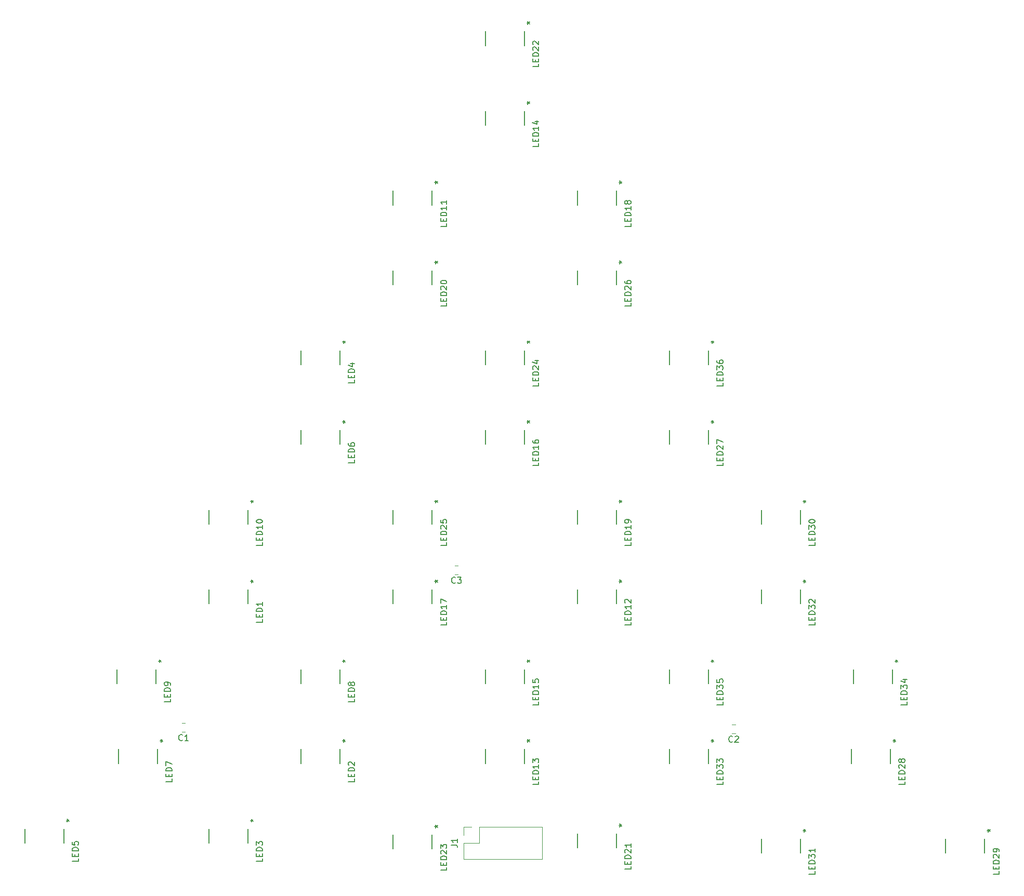
<source format=gbr>
%TF.GenerationSoftware,KiCad,Pcbnew,(5.1.10)-1*%
%TF.CreationDate,2021-06-01T20:39:26-04:00*%
%TF.ProjectId,HabitTracker - Copy (2),48616269-7454-4726-9163-6b6572202d20,rev?*%
%TF.SameCoordinates,Original*%
%TF.FileFunction,Legend,Top*%
%TF.FilePolarity,Positive*%
%FSLAX46Y46*%
G04 Gerber Fmt 4.6, Leading zero omitted, Abs format (unit mm)*
G04 Created by KiCad (PCBNEW (5.1.10)-1) date 2021-06-01 20:39:26*
%MOMM*%
%LPD*%
G01*
G04 APERTURE LIST*
%ADD10C,0.152400*%
%ADD11C,0.120000*%
%ADD12C,0.150000*%
G04 APERTURE END LIST*
D10*
%TO.C,LED3*%
X113175000Y-151152095D02*
X113175000Y-148847900D01*
X106825000Y-148847905D02*
X106825000Y-151152100D01*
%TO.C,LED16*%
X158175000Y-86152095D02*
X158175000Y-83847900D01*
X151825000Y-83847905D02*
X151825000Y-86152100D01*
%TO.C,LED24*%
X158175000Y-73152095D02*
X158175000Y-70847900D01*
X151825000Y-70847905D02*
X151825000Y-73152100D01*
%TO.C,LED26*%
X166825000Y-57847905D02*
X166825000Y-60152100D01*
X173175000Y-60152095D02*
X173175000Y-57847900D01*
%TO.C,LED27*%
X181825000Y-83847905D02*
X181825000Y-86152100D01*
X188175000Y-86152095D02*
X188175000Y-83847900D01*
%TO.C,LED14*%
X158175000Y-34152095D02*
X158175000Y-31847900D01*
X151825000Y-31847905D02*
X151825000Y-34152100D01*
%TO.C,LED18*%
X166825000Y-44847905D02*
X166825000Y-47152100D01*
X173175000Y-47152095D02*
X173175000Y-44847900D01*
%TO.C,LED20*%
X143175000Y-60152095D02*
X143175000Y-57847900D01*
X136825000Y-57847905D02*
X136825000Y-60152100D01*
%TO.C,LED22*%
X151825000Y-18847905D02*
X151825000Y-21152100D01*
X158175000Y-21152095D02*
X158175000Y-18847900D01*
%TO.C,LED4*%
X128175000Y-73152095D02*
X128175000Y-70847900D01*
X121825000Y-70847905D02*
X121825000Y-73152100D01*
%TO.C,LED11*%
X143175000Y-47152095D02*
X143175000Y-44847900D01*
X136825000Y-44847905D02*
X136825000Y-47152100D01*
%TO.C,LED6*%
X128175000Y-86152095D02*
X128175000Y-83847900D01*
X121825000Y-83847905D02*
X121825000Y-86152100D01*
%TO.C,LED36*%
X181825000Y-70847905D02*
X181825000Y-73152100D01*
X188175000Y-73152095D02*
X188175000Y-70847900D01*
%TO.C,LED1*%
X113175000Y-112152095D02*
X113175000Y-109847900D01*
X106825000Y-109847905D02*
X106825000Y-112152100D01*
%TO.C,LED10*%
X106825000Y-96847905D02*
X106825000Y-99152100D01*
X113175000Y-99152095D02*
X113175000Y-96847900D01*
%TO.C,LED17*%
X143175000Y-112152095D02*
X143175000Y-109847900D01*
X136825000Y-109847905D02*
X136825000Y-112152100D01*
%TO.C,LED25*%
X136825000Y-96847905D02*
X136825000Y-99152100D01*
X143175000Y-99152095D02*
X143175000Y-96847900D01*
%TO.C,LED8*%
X121825000Y-122847905D02*
X121825000Y-125152100D01*
X128175000Y-125152095D02*
X128175000Y-122847900D01*
%TO.C,LED2*%
X128175000Y-138152095D02*
X128175000Y-135847900D01*
X121825000Y-135847905D02*
X121825000Y-138152100D01*
%TO.C,LED23*%
X136825000Y-149805205D02*
X136825000Y-152109400D01*
X143175000Y-152109395D02*
X143175000Y-149805200D01*
%TO.C,LED15*%
X151825000Y-122847905D02*
X151825000Y-125152100D01*
X158175000Y-125152095D02*
X158175000Y-122847900D01*
%TO.C,LED13*%
X158175000Y-138152095D02*
X158175000Y-135847900D01*
X151825000Y-135847905D02*
X151825000Y-138152100D01*
%TO.C,LED9*%
X98175000Y-125152095D02*
X98175000Y-122847900D01*
X91825000Y-122847905D02*
X91825000Y-125152100D01*
%TO.C,LED5*%
X76825000Y-148847905D02*
X76825000Y-151152100D01*
X83175000Y-151152095D02*
X83175000Y-148847900D01*
%TO.C,LED7*%
X92075000Y-135847905D02*
X92075000Y-138152100D01*
X98425000Y-138152095D02*
X98425000Y-135847900D01*
%TO.C,LED29*%
X233175000Y-152769795D02*
X233175000Y-150465600D01*
X226825000Y-150465605D02*
X226825000Y-152769800D01*
%TO.C,LED21*%
X173175000Y-151944295D02*
X173175000Y-149640100D01*
X166825000Y-149640105D02*
X166825000Y-151944300D01*
%TO.C,LED31*%
X196825000Y-150465605D02*
X196825000Y-152769800D01*
X203175000Y-152769795D02*
X203175000Y-150465600D01*
%TO.C,LED34*%
X211825000Y-122847905D02*
X211825000Y-125152100D01*
X218175000Y-125152095D02*
X218175000Y-122847900D01*
%TO.C,LED28*%
X217805000Y-138152095D02*
X217805000Y-135847900D01*
X211455000Y-135847905D02*
X211455000Y-138152100D01*
%TO.C,LED33*%
X181825000Y-135847905D02*
X181825000Y-138152100D01*
X188175000Y-138152095D02*
X188175000Y-135847900D01*
%TO.C,LED35*%
X188175000Y-125152095D02*
X188175000Y-122847900D01*
X181825000Y-122847905D02*
X181825000Y-125152100D01*
%TO.C,LED12*%
X166825000Y-109847905D02*
X166825000Y-112152100D01*
X173175000Y-112152095D02*
X173175000Y-109847900D01*
%TO.C,LED32*%
X203175000Y-112152095D02*
X203175000Y-109847900D01*
X196825000Y-109847905D02*
X196825000Y-112152100D01*
%TO.C,LED30*%
X203175000Y-99152095D02*
X203175000Y-96847900D01*
X196825000Y-96847905D02*
X196825000Y-99152100D01*
%TO.C,LED19*%
X173175000Y-99152095D02*
X173175000Y-96847900D01*
X166825000Y-96847905D02*
X166825000Y-99152100D01*
D11*
%TO.C,C1*%
X102943252Y-131599000D02*
X102420748Y-131599000D01*
X102943252Y-133069000D02*
X102420748Y-133069000D01*
%TO.C,C2*%
X192539252Y-133323000D02*
X192016748Y-133323000D01*
X192539252Y-131853000D02*
X192016748Y-131853000D01*
%TO.C,C3*%
X147393252Y-105945000D02*
X146870748Y-105945000D01*
X147393252Y-107415000D02*
X146870748Y-107415000D01*
%TO.C,J1*%
X148276000Y-149860000D02*
X148276000Y-148530000D01*
X148276000Y-148530000D02*
X149606000Y-148530000D01*
X148276000Y-151130000D02*
X150876000Y-151130000D01*
X150876000Y-151130000D02*
X150876000Y-148530000D01*
X150876000Y-148530000D02*
X161096000Y-148530000D01*
X161096000Y-153730000D02*
X161096000Y-148530000D01*
X148276000Y-153730000D02*
X161096000Y-153730000D01*
X148276000Y-153730000D02*
X148276000Y-151130000D01*
%TO.C,LED3*%
D12*
X115532380Y-153659047D02*
X115532380Y-154135238D01*
X114532380Y-154135238D01*
X115008571Y-153325714D02*
X115008571Y-152992380D01*
X115532380Y-152849523D02*
X115532380Y-153325714D01*
X114532380Y-153325714D01*
X114532380Y-152849523D01*
X115532380Y-152420952D02*
X114532380Y-152420952D01*
X114532380Y-152182857D01*
X114580000Y-152040000D01*
X114675238Y-151944761D01*
X114770476Y-151897142D01*
X114960952Y-151849523D01*
X115103809Y-151849523D01*
X115294285Y-151897142D01*
X115389523Y-151944761D01*
X115484761Y-152040000D01*
X115532380Y-152182857D01*
X115532380Y-152420952D01*
X114532380Y-151516190D02*
X114532380Y-150897142D01*
X114913333Y-151230476D01*
X114913333Y-151087619D01*
X114960952Y-150992380D01*
X115008571Y-150944761D01*
X115103809Y-150897142D01*
X115341904Y-150897142D01*
X115437142Y-150944761D01*
X115484761Y-150992380D01*
X115532380Y-151087619D01*
X115532380Y-151373333D01*
X115484761Y-151468571D01*
X115437142Y-151516190D01*
X113597080Y-147472700D02*
X113835176Y-147472700D01*
X113739938Y-147710795D02*
X113835176Y-147472700D01*
X113739938Y-147234604D01*
X114025652Y-147615557D02*
X113835176Y-147472700D01*
X114025652Y-147329842D01*
X113597080Y-147472700D02*
X113835176Y-147472700D01*
X113739938Y-147710795D02*
X113835176Y-147472700D01*
X113739938Y-147234604D01*
X114025652Y-147615557D02*
X113835176Y-147472700D01*
X114025652Y-147329842D01*
%TO.C,LED16*%
X160532380Y-89135238D02*
X160532380Y-89611428D01*
X159532380Y-89611428D01*
X160008571Y-88801904D02*
X160008571Y-88468571D01*
X160532380Y-88325714D02*
X160532380Y-88801904D01*
X159532380Y-88801904D01*
X159532380Y-88325714D01*
X160532380Y-87897142D02*
X159532380Y-87897142D01*
X159532380Y-87659047D01*
X159580000Y-87516190D01*
X159675238Y-87420952D01*
X159770476Y-87373333D01*
X159960952Y-87325714D01*
X160103809Y-87325714D01*
X160294285Y-87373333D01*
X160389523Y-87420952D01*
X160484761Y-87516190D01*
X160532380Y-87659047D01*
X160532380Y-87897142D01*
X160532380Y-86373333D02*
X160532380Y-86944761D01*
X160532380Y-86659047D02*
X159532380Y-86659047D01*
X159675238Y-86754285D01*
X159770476Y-86849523D01*
X159818095Y-86944761D01*
X159532380Y-85516190D02*
X159532380Y-85706666D01*
X159580000Y-85801904D01*
X159627619Y-85849523D01*
X159770476Y-85944761D01*
X159960952Y-85992380D01*
X160341904Y-85992380D01*
X160437142Y-85944761D01*
X160484761Y-85897142D01*
X160532380Y-85801904D01*
X160532380Y-85611428D01*
X160484761Y-85516190D01*
X160437142Y-85468571D01*
X160341904Y-85420952D01*
X160103809Y-85420952D01*
X160008571Y-85468571D01*
X159960952Y-85516190D01*
X159913333Y-85611428D01*
X159913333Y-85801904D01*
X159960952Y-85897142D01*
X160008571Y-85944761D01*
X160103809Y-85992380D01*
X158597080Y-82472700D02*
X158835176Y-82472700D01*
X158739938Y-82710795D02*
X158835176Y-82472700D01*
X158739938Y-82234604D01*
X159025652Y-82615557D02*
X158835176Y-82472700D01*
X159025652Y-82329842D01*
X158597080Y-82472700D02*
X158835176Y-82472700D01*
X158739938Y-82710795D02*
X158835176Y-82472700D01*
X158739938Y-82234604D01*
X159025652Y-82615557D02*
X158835176Y-82472700D01*
X159025652Y-82329842D01*
%TO.C,LED24*%
X160532380Y-76135238D02*
X160532380Y-76611428D01*
X159532380Y-76611428D01*
X160008571Y-75801904D02*
X160008571Y-75468571D01*
X160532380Y-75325714D02*
X160532380Y-75801904D01*
X159532380Y-75801904D01*
X159532380Y-75325714D01*
X160532380Y-74897142D02*
X159532380Y-74897142D01*
X159532380Y-74659047D01*
X159580000Y-74516190D01*
X159675238Y-74420952D01*
X159770476Y-74373333D01*
X159960952Y-74325714D01*
X160103809Y-74325714D01*
X160294285Y-74373333D01*
X160389523Y-74420952D01*
X160484761Y-74516190D01*
X160532380Y-74659047D01*
X160532380Y-74897142D01*
X159627619Y-73944761D02*
X159580000Y-73897142D01*
X159532380Y-73801904D01*
X159532380Y-73563809D01*
X159580000Y-73468571D01*
X159627619Y-73420952D01*
X159722857Y-73373333D01*
X159818095Y-73373333D01*
X159960952Y-73420952D01*
X160532380Y-73992380D01*
X160532380Y-73373333D01*
X159865714Y-72516190D02*
X160532380Y-72516190D01*
X159484761Y-72754285D02*
X160199047Y-72992380D01*
X160199047Y-72373333D01*
X158597080Y-69472700D02*
X158835176Y-69472700D01*
X158739938Y-69710795D02*
X158835176Y-69472700D01*
X158739938Y-69234604D01*
X159025652Y-69615557D02*
X158835176Y-69472700D01*
X159025652Y-69329842D01*
X158597080Y-69472700D02*
X158835176Y-69472700D01*
X158739938Y-69710795D02*
X158835176Y-69472700D01*
X158739938Y-69234604D01*
X159025652Y-69615557D02*
X158835176Y-69472700D01*
X159025652Y-69329842D01*
%TO.C,LED26*%
X175532380Y-63135238D02*
X175532380Y-63611428D01*
X174532380Y-63611428D01*
X175008571Y-62801904D02*
X175008571Y-62468571D01*
X175532380Y-62325714D02*
X175532380Y-62801904D01*
X174532380Y-62801904D01*
X174532380Y-62325714D01*
X175532380Y-61897142D02*
X174532380Y-61897142D01*
X174532380Y-61659047D01*
X174580000Y-61516190D01*
X174675238Y-61420952D01*
X174770476Y-61373333D01*
X174960952Y-61325714D01*
X175103809Y-61325714D01*
X175294285Y-61373333D01*
X175389523Y-61420952D01*
X175484761Y-61516190D01*
X175532380Y-61659047D01*
X175532380Y-61897142D01*
X174627619Y-60944761D02*
X174580000Y-60897142D01*
X174532380Y-60801904D01*
X174532380Y-60563809D01*
X174580000Y-60468571D01*
X174627619Y-60420952D01*
X174722857Y-60373333D01*
X174818095Y-60373333D01*
X174960952Y-60420952D01*
X175532380Y-60992380D01*
X175532380Y-60373333D01*
X174532380Y-59516190D02*
X174532380Y-59706666D01*
X174580000Y-59801904D01*
X174627619Y-59849523D01*
X174770476Y-59944761D01*
X174960952Y-59992380D01*
X175341904Y-59992380D01*
X175437142Y-59944761D01*
X175484761Y-59897142D01*
X175532380Y-59801904D01*
X175532380Y-59611428D01*
X175484761Y-59516190D01*
X175437142Y-59468571D01*
X175341904Y-59420952D01*
X175103809Y-59420952D01*
X175008571Y-59468571D01*
X174960952Y-59516190D01*
X174913333Y-59611428D01*
X174913333Y-59801904D01*
X174960952Y-59897142D01*
X175008571Y-59944761D01*
X175103809Y-59992380D01*
X173597080Y-56472700D02*
X173835176Y-56472700D01*
X173739938Y-56710795D02*
X173835176Y-56472700D01*
X173739938Y-56234604D01*
X174025652Y-56615557D02*
X173835176Y-56472700D01*
X174025652Y-56329842D01*
X173597080Y-56472700D02*
X173835176Y-56472700D01*
X173739938Y-56710795D02*
X173835176Y-56472700D01*
X173739938Y-56234604D01*
X174025652Y-56615557D02*
X173835176Y-56472700D01*
X174025652Y-56329842D01*
%TO.C,LED27*%
X190532380Y-89135238D02*
X190532380Y-89611428D01*
X189532380Y-89611428D01*
X190008571Y-88801904D02*
X190008571Y-88468571D01*
X190532380Y-88325714D02*
X190532380Y-88801904D01*
X189532380Y-88801904D01*
X189532380Y-88325714D01*
X190532380Y-87897142D02*
X189532380Y-87897142D01*
X189532380Y-87659047D01*
X189580000Y-87516190D01*
X189675238Y-87420952D01*
X189770476Y-87373333D01*
X189960952Y-87325714D01*
X190103809Y-87325714D01*
X190294285Y-87373333D01*
X190389523Y-87420952D01*
X190484761Y-87516190D01*
X190532380Y-87659047D01*
X190532380Y-87897142D01*
X189627619Y-86944761D02*
X189580000Y-86897142D01*
X189532380Y-86801904D01*
X189532380Y-86563809D01*
X189580000Y-86468571D01*
X189627619Y-86420952D01*
X189722857Y-86373333D01*
X189818095Y-86373333D01*
X189960952Y-86420952D01*
X190532380Y-86992380D01*
X190532380Y-86373333D01*
X189532380Y-86040000D02*
X189532380Y-85373333D01*
X190532380Y-85801904D01*
X188597080Y-82472700D02*
X188835176Y-82472700D01*
X188739938Y-82710795D02*
X188835176Y-82472700D01*
X188739938Y-82234604D01*
X189025652Y-82615557D02*
X188835176Y-82472700D01*
X189025652Y-82329842D01*
X188597080Y-82472700D02*
X188835176Y-82472700D01*
X188739938Y-82710795D02*
X188835176Y-82472700D01*
X188739938Y-82234604D01*
X189025652Y-82615557D02*
X188835176Y-82472700D01*
X189025652Y-82329842D01*
%TO.C,LED14*%
X160532380Y-37135238D02*
X160532380Y-37611428D01*
X159532380Y-37611428D01*
X160008571Y-36801904D02*
X160008571Y-36468571D01*
X160532380Y-36325714D02*
X160532380Y-36801904D01*
X159532380Y-36801904D01*
X159532380Y-36325714D01*
X160532380Y-35897142D02*
X159532380Y-35897142D01*
X159532380Y-35659047D01*
X159580000Y-35516190D01*
X159675238Y-35420952D01*
X159770476Y-35373333D01*
X159960952Y-35325714D01*
X160103809Y-35325714D01*
X160294285Y-35373333D01*
X160389523Y-35420952D01*
X160484761Y-35516190D01*
X160532380Y-35659047D01*
X160532380Y-35897142D01*
X160532380Y-34373333D02*
X160532380Y-34944761D01*
X160532380Y-34659047D02*
X159532380Y-34659047D01*
X159675238Y-34754285D01*
X159770476Y-34849523D01*
X159818095Y-34944761D01*
X159865714Y-33516190D02*
X160532380Y-33516190D01*
X159484761Y-33754285D02*
X160199047Y-33992380D01*
X160199047Y-33373333D01*
X158597080Y-30472700D02*
X158835176Y-30472700D01*
X158739938Y-30710795D02*
X158835176Y-30472700D01*
X158739938Y-30234604D01*
X159025652Y-30615557D02*
X158835176Y-30472700D01*
X159025652Y-30329842D01*
X158597080Y-30472700D02*
X158835176Y-30472700D01*
X158739938Y-30710795D02*
X158835176Y-30472700D01*
X158739938Y-30234604D01*
X159025652Y-30615557D02*
X158835176Y-30472700D01*
X159025652Y-30329842D01*
%TO.C,LED18*%
X175532380Y-50135238D02*
X175532380Y-50611428D01*
X174532380Y-50611428D01*
X175008571Y-49801904D02*
X175008571Y-49468571D01*
X175532380Y-49325714D02*
X175532380Y-49801904D01*
X174532380Y-49801904D01*
X174532380Y-49325714D01*
X175532380Y-48897142D02*
X174532380Y-48897142D01*
X174532380Y-48659047D01*
X174580000Y-48516190D01*
X174675238Y-48420952D01*
X174770476Y-48373333D01*
X174960952Y-48325714D01*
X175103809Y-48325714D01*
X175294285Y-48373333D01*
X175389523Y-48420952D01*
X175484761Y-48516190D01*
X175532380Y-48659047D01*
X175532380Y-48897142D01*
X175532380Y-47373333D02*
X175532380Y-47944761D01*
X175532380Y-47659047D02*
X174532380Y-47659047D01*
X174675238Y-47754285D01*
X174770476Y-47849523D01*
X174818095Y-47944761D01*
X174960952Y-46801904D02*
X174913333Y-46897142D01*
X174865714Y-46944761D01*
X174770476Y-46992380D01*
X174722857Y-46992380D01*
X174627619Y-46944761D01*
X174580000Y-46897142D01*
X174532380Y-46801904D01*
X174532380Y-46611428D01*
X174580000Y-46516190D01*
X174627619Y-46468571D01*
X174722857Y-46420952D01*
X174770476Y-46420952D01*
X174865714Y-46468571D01*
X174913333Y-46516190D01*
X174960952Y-46611428D01*
X174960952Y-46801904D01*
X175008571Y-46897142D01*
X175056190Y-46944761D01*
X175151428Y-46992380D01*
X175341904Y-46992380D01*
X175437142Y-46944761D01*
X175484761Y-46897142D01*
X175532380Y-46801904D01*
X175532380Y-46611428D01*
X175484761Y-46516190D01*
X175437142Y-46468571D01*
X175341904Y-46420952D01*
X175151428Y-46420952D01*
X175056190Y-46468571D01*
X175008571Y-46516190D01*
X174960952Y-46611428D01*
X173597080Y-43472700D02*
X173835176Y-43472700D01*
X173739938Y-43710795D02*
X173835176Y-43472700D01*
X173739938Y-43234604D01*
X174025652Y-43615557D02*
X173835176Y-43472700D01*
X174025652Y-43329842D01*
X173597080Y-43472700D02*
X173835176Y-43472700D01*
X173739938Y-43710795D02*
X173835176Y-43472700D01*
X173739938Y-43234604D01*
X174025652Y-43615557D02*
X173835176Y-43472700D01*
X174025652Y-43329842D01*
%TO.C,LED20*%
X145532380Y-63135238D02*
X145532380Y-63611428D01*
X144532380Y-63611428D01*
X145008571Y-62801904D02*
X145008571Y-62468571D01*
X145532380Y-62325714D02*
X145532380Y-62801904D01*
X144532380Y-62801904D01*
X144532380Y-62325714D01*
X145532380Y-61897142D02*
X144532380Y-61897142D01*
X144532380Y-61659047D01*
X144580000Y-61516190D01*
X144675238Y-61420952D01*
X144770476Y-61373333D01*
X144960952Y-61325714D01*
X145103809Y-61325714D01*
X145294285Y-61373333D01*
X145389523Y-61420952D01*
X145484761Y-61516190D01*
X145532380Y-61659047D01*
X145532380Y-61897142D01*
X144627619Y-60944761D02*
X144580000Y-60897142D01*
X144532380Y-60801904D01*
X144532380Y-60563809D01*
X144580000Y-60468571D01*
X144627619Y-60420952D01*
X144722857Y-60373333D01*
X144818095Y-60373333D01*
X144960952Y-60420952D01*
X145532380Y-60992380D01*
X145532380Y-60373333D01*
X144532380Y-59754285D02*
X144532380Y-59659047D01*
X144580000Y-59563809D01*
X144627619Y-59516190D01*
X144722857Y-59468571D01*
X144913333Y-59420952D01*
X145151428Y-59420952D01*
X145341904Y-59468571D01*
X145437142Y-59516190D01*
X145484761Y-59563809D01*
X145532380Y-59659047D01*
X145532380Y-59754285D01*
X145484761Y-59849523D01*
X145437142Y-59897142D01*
X145341904Y-59944761D01*
X145151428Y-59992380D01*
X144913333Y-59992380D01*
X144722857Y-59944761D01*
X144627619Y-59897142D01*
X144580000Y-59849523D01*
X144532380Y-59754285D01*
X143597080Y-56472700D02*
X143835176Y-56472700D01*
X143739938Y-56710795D02*
X143835176Y-56472700D01*
X143739938Y-56234604D01*
X144025652Y-56615557D02*
X143835176Y-56472700D01*
X144025652Y-56329842D01*
X143597080Y-56472700D02*
X143835176Y-56472700D01*
X143739938Y-56710795D02*
X143835176Y-56472700D01*
X143739938Y-56234604D01*
X144025652Y-56615557D02*
X143835176Y-56472700D01*
X144025652Y-56329842D01*
%TO.C,LED22*%
X160532380Y-24135238D02*
X160532380Y-24611428D01*
X159532380Y-24611428D01*
X160008571Y-23801904D02*
X160008571Y-23468571D01*
X160532380Y-23325714D02*
X160532380Y-23801904D01*
X159532380Y-23801904D01*
X159532380Y-23325714D01*
X160532380Y-22897142D02*
X159532380Y-22897142D01*
X159532380Y-22659047D01*
X159580000Y-22516190D01*
X159675238Y-22420952D01*
X159770476Y-22373333D01*
X159960952Y-22325714D01*
X160103809Y-22325714D01*
X160294285Y-22373333D01*
X160389523Y-22420952D01*
X160484761Y-22516190D01*
X160532380Y-22659047D01*
X160532380Y-22897142D01*
X159627619Y-21944761D02*
X159580000Y-21897142D01*
X159532380Y-21801904D01*
X159532380Y-21563809D01*
X159580000Y-21468571D01*
X159627619Y-21420952D01*
X159722857Y-21373333D01*
X159818095Y-21373333D01*
X159960952Y-21420952D01*
X160532380Y-21992380D01*
X160532380Y-21373333D01*
X159627619Y-20992380D02*
X159580000Y-20944761D01*
X159532380Y-20849523D01*
X159532380Y-20611428D01*
X159580000Y-20516190D01*
X159627619Y-20468571D01*
X159722857Y-20420952D01*
X159818095Y-20420952D01*
X159960952Y-20468571D01*
X160532380Y-21040000D01*
X160532380Y-20420952D01*
X158597080Y-17472700D02*
X158835176Y-17472700D01*
X158739938Y-17710795D02*
X158835176Y-17472700D01*
X158739938Y-17234604D01*
X159025652Y-17615557D02*
X158835176Y-17472700D01*
X159025652Y-17329842D01*
X158597080Y-17472700D02*
X158835176Y-17472700D01*
X158739938Y-17710795D02*
X158835176Y-17472700D01*
X158739938Y-17234604D01*
X159025652Y-17615557D02*
X158835176Y-17472700D01*
X159025652Y-17329842D01*
%TO.C,LED4*%
X130532380Y-75659047D02*
X130532380Y-76135238D01*
X129532380Y-76135238D01*
X130008571Y-75325714D02*
X130008571Y-74992380D01*
X130532380Y-74849523D02*
X130532380Y-75325714D01*
X129532380Y-75325714D01*
X129532380Y-74849523D01*
X130532380Y-74420952D02*
X129532380Y-74420952D01*
X129532380Y-74182857D01*
X129580000Y-74040000D01*
X129675238Y-73944761D01*
X129770476Y-73897142D01*
X129960952Y-73849523D01*
X130103809Y-73849523D01*
X130294285Y-73897142D01*
X130389523Y-73944761D01*
X130484761Y-74040000D01*
X130532380Y-74182857D01*
X130532380Y-74420952D01*
X129865714Y-72992380D02*
X130532380Y-72992380D01*
X129484761Y-73230476D02*
X130199047Y-73468571D01*
X130199047Y-72849523D01*
X128597080Y-69472700D02*
X128835176Y-69472700D01*
X128739938Y-69710795D02*
X128835176Y-69472700D01*
X128739938Y-69234604D01*
X129025652Y-69615557D02*
X128835176Y-69472700D01*
X129025652Y-69329842D01*
X128597080Y-69472700D02*
X128835176Y-69472700D01*
X128739938Y-69710795D02*
X128835176Y-69472700D01*
X128739938Y-69234604D01*
X129025652Y-69615557D02*
X128835176Y-69472700D01*
X129025652Y-69329842D01*
%TO.C,LED11*%
X145532380Y-50135238D02*
X145532380Y-50611428D01*
X144532380Y-50611428D01*
X145008571Y-49801904D02*
X145008571Y-49468571D01*
X145532380Y-49325714D02*
X145532380Y-49801904D01*
X144532380Y-49801904D01*
X144532380Y-49325714D01*
X145532380Y-48897142D02*
X144532380Y-48897142D01*
X144532380Y-48659047D01*
X144580000Y-48516190D01*
X144675238Y-48420952D01*
X144770476Y-48373333D01*
X144960952Y-48325714D01*
X145103809Y-48325714D01*
X145294285Y-48373333D01*
X145389523Y-48420952D01*
X145484761Y-48516190D01*
X145532380Y-48659047D01*
X145532380Y-48897142D01*
X145532380Y-47373333D02*
X145532380Y-47944761D01*
X145532380Y-47659047D02*
X144532380Y-47659047D01*
X144675238Y-47754285D01*
X144770476Y-47849523D01*
X144818095Y-47944761D01*
X145532380Y-46420952D02*
X145532380Y-46992380D01*
X145532380Y-46706666D02*
X144532380Y-46706666D01*
X144675238Y-46801904D01*
X144770476Y-46897142D01*
X144818095Y-46992380D01*
X143597080Y-43472700D02*
X143835176Y-43472700D01*
X143739938Y-43710795D02*
X143835176Y-43472700D01*
X143739938Y-43234604D01*
X144025652Y-43615557D02*
X143835176Y-43472700D01*
X144025652Y-43329842D01*
X143597080Y-43472700D02*
X143835176Y-43472700D01*
X143739938Y-43710795D02*
X143835176Y-43472700D01*
X143739938Y-43234604D01*
X144025652Y-43615557D02*
X143835176Y-43472700D01*
X144025652Y-43329842D01*
%TO.C,LED6*%
X130532380Y-88659047D02*
X130532380Y-89135238D01*
X129532380Y-89135238D01*
X130008571Y-88325714D02*
X130008571Y-87992380D01*
X130532380Y-87849523D02*
X130532380Y-88325714D01*
X129532380Y-88325714D01*
X129532380Y-87849523D01*
X130532380Y-87420952D02*
X129532380Y-87420952D01*
X129532380Y-87182857D01*
X129580000Y-87040000D01*
X129675238Y-86944761D01*
X129770476Y-86897142D01*
X129960952Y-86849523D01*
X130103809Y-86849523D01*
X130294285Y-86897142D01*
X130389523Y-86944761D01*
X130484761Y-87040000D01*
X130532380Y-87182857D01*
X130532380Y-87420952D01*
X129532380Y-85992380D02*
X129532380Y-86182857D01*
X129580000Y-86278095D01*
X129627619Y-86325714D01*
X129770476Y-86420952D01*
X129960952Y-86468571D01*
X130341904Y-86468571D01*
X130437142Y-86420952D01*
X130484761Y-86373333D01*
X130532380Y-86278095D01*
X130532380Y-86087619D01*
X130484761Y-85992380D01*
X130437142Y-85944761D01*
X130341904Y-85897142D01*
X130103809Y-85897142D01*
X130008571Y-85944761D01*
X129960952Y-85992380D01*
X129913333Y-86087619D01*
X129913333Y-86278095D01*
X129960952Y-86373333D01*
X130008571Y-86420952D01*
X130103809Y-86468571D01*
X128597080Y-82472700D02*
X128835176Y-82472700D01*
X128739938Y-82710795D02*
X128835176Y-82472700D01*
X128739938Y-82234604D01*
X129025652Y-82615557D02*
X128835176Y-82472700D01*
X129025652Y-82329842D01*
X128597080Y-82472700D02*
X128835176Y-82472700D01*
X128739938Y-82710795D02*
X128835176Y-82472700D01*
X128739938Y-82234604D01*
X129025652Y-82615557D02*
X128835176Y-82472700D01*
X129025652Y-82329842D01*
%TO.C,LED36*%
X190532380Y-76135238D02*
X190532380Y-76611428D01*
X189532380Y-76611428D01*
X190008571Y-75801904D02*
X190008571Y-75468571D01*
X190532380Y-75325714D02*
X190532380Y-75801904D01*
X189532380Y-75801904D01*
X189532380Y-75325714D01*
X190532380Y-74897142D02*
X189532380Y-74897142D01*
X189532380Y-74659047D01*
X189580000Y-74516190D01*
X189675238Y-74420952D01*
X189770476Y-74373333D01*
X189960952Y-74325714D01*
X190103809Y-74325714D01*
X190294285Y-74373333D01*
X190389523Y-74420952D01*
X190484761Y-74516190D01*
X190532380Y-74659047D01*
X190532380Y-74897142D01*
X189532380Y-73992380D02*
X189532380Y-73373333D01*
X189913333Y-73706666D01*
X189913333Y-73563809D01*
X189960952Y-73468571D01*
X190008571Y-73420952D01*
X190103809Y-73373333D01*
X190341904Y-73373333D01*
X190437142Y-73420952D01*
X190484761Y-73468571D01*
X190532380Y-73563809D01*
X190532380Y-73849523D01*
X190484761Y-73944761D01*
X190437142Y-73992380D01*
X189532380Y-72516190D02*
X189532380Y-72706666D01*
X189580000Y-72801904D01*
X189627619Y-72849523D01*
X189770476Y-72944761D01*
X189960952Y-72992380D01*
X190341904Y-72992380D01*
X190437142Y-72944761D01*
X190484761Y-72897142D01*
X190532380Y-72801904D01*
X190532380Y-72611428D01*
X190484761Y-72516190D01*
X190437142Y-72468571D01*
X190341904Y-72420952D01*
X190103809Y-72420952D01*
X190008571Y-72468571D01*
X189960952Y-72516190D01*
X189913333Y-72611428D01*
X189913333Y-72801904D01*
X189960952Y-72897142D01*
X190008571Y-72944761D01*
X190103809Y-72992380D01*
X188597080Y-69472700D02*
X188835176Y-69472700D01*
X188739938Y-69710795D02*
X188835176Y-69472700D01*
X188739938Y-69234604D01*
X189025652Y-69615557D02*
X188835176Y-69472700D01*
X189025652Y-69329842D01*
X188597080Y-69472700D02*
X188835176Y-69472700D01*
X188739938Y-69710795D02*
X188835176Y-69472700D01*
X188739938Y-69234604D01*
X189025652Y-69615557D02*
X188835176Y-69472700D01*
X189025652Y-69329842D01*
%TO.C,LED1*%
X115532380Y-114659047D02*
X115532380Y-115135238D01*
X114532380Y-115135238D01*
X115008571Y-114325714D02*
X115008571Y-113992380D01*
X115532380Y-113849523D02*
X115532380Y-114325714D01*
X114532380Y-114325714D01*
X114532380Y-113849523D01*
X115532380Y-113420952D02*
X114532380Y-113420952D01*
X114532380Y-113182857D01*
X114580000Y-113040000D01*
X114675238Y-112944761D01*
X114770476Y-112897142D01*
X114960952Y-112849523D01*
X115103809Y-112849523D01*
X115294285Y-112897142D01*
X115389523Y-112944761D01*
X115484761Y-113040000D01*
X115532380Y-113182857D01*
X115532380Y-113420952D01*
X115532380Y-111897142D02*
X115532380Y-112468571D01*
X115532380Y-112182857D02*
X114532380Y-112182857D01*
X114675238Y-112278095D01*
X114770476Y-112373333D01*
X114818095Y-112468571D01*
X113597080Y-108472700D02*
X113835176Y-108472700D01*
X113739938Y-108710795D02*
X113835176Y-108472700D01*
X113739938Y-108234604D01*
X114025652Y-108615557D02*
X113835176Y-108472700D01*
X114025652Y-108329842D01*
X113597080Y-108472700D02*
X113835176Y-108472700D01*
X113739938Y-108710795D02*
X113835176Y-108472700D01*
X113739938Y-108234604D01*
X114025652Y-108615557D02*
X113835176Y-108472700D01*
X114025652Y-108329842D01*
%TO.C,LED10*%
X115532380Y-102135238D02*
X115532380Y-102611428D01*
X114532380Y-102611428D01*
X115008571Y-101801904D02*
X115008571Y-101468571D01*
X115532380Y-101325714D02*
X115532380Y-101801904D01*
X114532380Y-101801904D01*
X114532380Y-101325714D01*
X115532380Y-100897142D02*
X114532380Y-100897142D01*
X114532380Y-100659047D01*
X114580000Y-100516190D01*
X114675238Y-100420952D01*
X114770476Y-100373333D01*
X114960952Y-100325714D01*
X115103809Y-100325714D01*
X115294285Y-100373333D01*
X115389523Y-100420952D01*
X115484761Y-100516190D01*
X115532380Y-100659047D01*
X115532380Y-100897142D01*
X115532380Y-99373333D02*
X115532380Y-99944761D01*
X115532380Y-99659047D02*
X114532380Y-99659047D01*
X114675238Y-99754285D01*
X114770476Y-99849523D01*
X114818095Y-99944761D01*
X114532380Y-98754285D02*
X114532380Y-98659047D01*
X114580000Y-98563809D01*
X114627619Y-98516190D01*
X114722857Y-98468571D01*
X114913333Y-98420952D01*
X115151428Y-98420952D01*
X115341904Y-98468571D01*
X115437142Y-98516190D01*
X115484761Y-98563809D01*
X115532380Y-98659047D01*
X115532380Y-98754285D01*
X115484761Y-98849523D01*
X115437142Y-98897142D01*
X115341904Y-98944761D01*
X115151428Y-98992380D01*
X114913333Y-98992380D01*
X114722857Y-98944761D01*
X114627619Y-98897142D01*
X114580000Y-98849523D01*
X114532380Y-98754285D01*
X113597080Y-95472700D02*
X113835176Y-95472700D01*
X113739938Y-95710795D02*
X113835176Y-95472700D01*
X113739938Y-95234604D01*
X114025652Y-95615557D02*
X113835176Y-95472700D01*
X114025652Y-95329842D01*
X113597080Y-95472700D02*
X113835176Y-95472700D01*
X113739938Y-95710795D02*
X113835176Y-95472700D01*
X113739938Y-95234604D01*
X114025652Y-95615557D02*
X113835176Y-95472700D01*
X114025652Y-95329842D01*
%TO.C,LED17*%
X145532380Y-115135238D02*
X145532380Y-115611428D01*
X144532380Y-115611428D01*
X145008571Y-114801904D02*
X145008571Y-114468571D01*
X145532380Y-114325714D02*
X145532380Y-114801904D01*
X144532380Y-114801904D01*
X144532380Y-114325714D01*
X145532380Y-113897142D02*
X144532380Y-113897142D01*
X144532380Y-113659047D01*
X144580000Y-113516190D01*
X144675238Y-113420952D01*
X144770476Y-113373333D01*
X144960952Y-113325714D01*
X145103809Y-113325714D01*
X145294285Y-113373333D01*
X145389523Y-113420952D01*
X145484761Y-113516190D01*
X145532380Y-113659047D01*
X145532380Y-113897142D01*
X145532380Y-112373333D02*
X145532380Y-112944761D01*
X145532380Y-112659047D02*
X144532380Y-112659047D01*
X144675238Y-112754285D01*
X144770476Y-112849523D01*
X144818095Y-112944761D01*
X144532380Y-112040000D02*
X144532380Y-111373333D01*
X145532380Y-111801904D01*
X143597080Y-108472700D02*
X143835176Y-108472700D01*
X143739938Y-108710795D02*
X143835176Y-108472700D01*
X143739938Y-108234604D01*
X144025652Y-108615557D02*
X143835176Y-108472700D01*
X144025652Y-108329842D01*
X143597080Y-108472700D02*
X143835176Y-108472700D01*
X143739938Y-108710795D02*
X143835176Y-108472700D01*
X143739938Y-108234604D01*
X144025652Y-108615557D02*
X143835176Y-108472700D01*
X144025652Y-108329842D01*
%TO.C,LED25*%
X145532380Y-102135238D02*
X145532380Y-102611428D01*
X144532380Y-102611428D01*
X145008571Y-101801904D02*
X145008571Y-101468571D01*
X145532380Y-101325714D02*
X145532380Y-101801904D01*
X144532380Y-101801904D01*
X144532380Y-101325714D01*
X145532380Y-100897142D02*
X144532380Y-100897142D01*
X144532380Y-100659047D01*
X144580000Y-100516190D01*
X144675238Y-100420952D01*
X144770476Y-100373333D01*
X144960952Y-100325714D01*
X145103809Y-100325714D01*
X145294285Y-100373333D01*
X145389523Y-100420952D01*
X145484761Y-100516190D01*
X145532380Y-100659047D01*
X145532380Y-100897142D01*
X144627619Y-99944761D02*
X144580000Y-99897142D01*
X144532380Y-99801904D01*
X144532380Y-99563809D01*
X144580000Y-99468571D01*
X144627619Y-99420952D01*
X144722857Y-99373333D01*
X144818095Y-99373333D01*
X144960952Y-99420952D01*
X145532380Y-99992380D01*
X145532380Y-99373333D01*
X144532380Y-98468571D02*
X144532380Y-98944761D01*
X145008571Y-98992380D01*
X144960952Y-98944761D01*
X144913333Y-98849523D01*
X144913333Y-98611428D01*
X144960952Y-98516190D01*
X145008571Y-98468571D01*
X145103809Y-98420952D01*
X145341904Y-98420952D01*
X145437142Y-98468571D01*
X145484761Y-98516190D01*
X145532380Y-98611428D01*
X145532380Y-98849523D01*
X145484761Y-98944761D01*
X145437142Y-98992380D01*
X143597080Y-95472700D02*
X143835176Y-95472700D01*
X143739938Y-95710795D02*
X143835176Y-95472700D01*
X143739938Y-95234604D01*
X144025652Y-95615557D02*
X143835176Y-95472700D01*
X144025652Y-95329842D01*
X143597080Y-95472700D02*
X143835176Y-95472700D01*
X143739938Y-95710795D02*
X143835176Y-95472700D01*
X143739938Y-95234604D01*
X144025652Y-95615557D02*
X143835176Y-95472700D01*
X144025652Y-95329842D01*
%TO.C,LED8*%
X130532380Y-127659047D02*
X130532380Y-128135238D01*
X129532380Y-128135238D01*
X130008571Y-127325714D02*
X130008571Y-126992380D01*
X130532380Y-126849523D02*
X130532380Y-127325714D01*
X129532380Y-127325714D01*
X129532380Y-126849523D01*
X130532380Y-126420952D02*
X129532380Y-126420952D01*
X129532380Y-126182857D01*
X129580000Y-126040000D01*
X129675238Y-125944761D01*
X129770476Y-125897142D01*
X129960952Y-125849523D01*
X130103809Y-125849523D01*
X130294285Y-125897142D01*
X130389523Y-125944761D01*
X130484761Y-126040000D01*
X130532380Y-126182857D01*
X130532380Y-126420952D01*
X129960952Y-125278095D02*
X129913333Y-125373333D01*
X129865714Y-125420952D01*
X129770476Y-125468571D01*
X129722857Y-125468571D01*
X129627619Y-125420952D01*
X129580000Y-125373333D01*
X129532380Y-125278095D01*
X129532380Y-125087619D01*
X129580000Y-124992380D01*
X129627619Y-124944761D01*
X129722857Y-124897142D01*
X129770476Y-124897142D01*
X129865714Y-124944761D01*
X129913333Y-124992380D01*
X129960952Y-125087619D01*
X129960952Y-125278095D01*
X130008571Y-125373333D01*
X130056190Y-125420952D01*
X130151428Y-125468571D01*
X130341904Y-125468571D01*
X130437142Y-125420952D01*
X130484761Y-125373333D01*
X130532380Y-125278095D01*
X130532380Y-125087619D01*
X130484761Y-124992380D01*
X130437142Y-124944761D01*
X130341904Y-124897142D01*
X130151428Y-124897142D01*
X130056190Y-124944761D01*
X130008571Y-124992380D01*
X129960952Y-125087619D01*
X128597080Y-121472700D02*
X128835176Y-121472700D01*
X128739938Y-121710795D02*
X128835176Y-121472700D01*
X128739938Y-121234604D01*
X129025652Y-121615557D02*
X128835176Y-121472700D01*
X129025652Y-121329842D01*
X128597080Y-121472700D02*
X128835176Y-121472700D01*
X128739938Y-121710795D02*
X128835176Y-121472700D01*
X128739938Y-121234604D01*
X129025652Y-121615557D02*
X128835176Y-121472700D01*
X129025652Y-121329842D01*
%TO.C,LED2*%
X130532380Y-140659047D02*
X130532380Y-141135238D01*
X129532380Y-141135238D01*
X130008571Y-140325714D02*
X130008571Y-139992380D01*
X130532380Y-139849523D02*
X130532380Y-140325714D01*
X129532380Y-140325714D01*
X129532380Y-139849523D01*
X130532380Y-139420952D02*
X129532380Y-139420952D01*
X129532380Y-139182857D01*
X129580000Y-139040000D01*
X129675238Y-138944761D01*
X129770476Y-138897142D01*
X129960952Y-138849523D01*
X130103809Y-138849523D01*
X130294285Y-138897142D01*
X130389523Y-138944761D01*
X130484761Y-139040000D01*
X130532380Y-139182857D01*
X130532380Y-139420952D01*
X129627619Y-138468571D02*
X129580000Y-138420952D01*
X129532380Y-138325714D01*
X129532380Y-138087619D01*
X129580000Y-137992380D01*
X129627619Y-137944761D01*
X129722857Y-137897142D01*
X129818095Y-137897142D01*
X129960952Y-137944761D01*
X130532380Y-138516190D01*
X130532380Y-137897142D01*
X128597080Y-134472700D02*
X128835176Y-134472700D01*
X128739938Y-134710795D02*
X128835176Y-134472700D01*
X128739938Y-134234604D01*
X129025652Y-134615557D02*
X128835176Y-134472700D01*
X129025652Y-134329842D01*
X128597080Y-134472700D02*
X128835176Y-134472700D01*
X128739938Y-134710795D02*
X128835176Y-134472700D01*
X128739938Y-134234604D01*
X129025652Y-134615557D02*
X128835176Y-134472700D01*
X129025652Y-134329842D01*
%TO.C,LED23*%
X145532380Y-155092538D02*
X145532380Y-155568728D01*
X144532380Y-155568728D01*
X145008571Y-154759204D02*
X145008571Y-154425871D01*
X145532380Y-154283014D02*
X145532380Y-154759204D01*
X144532380Y-154759204D01*
X144532380Y-154283014D01*
X145532380Y-153854442D02*
X144532380Y-153854442D01*
X144532380Y-153616347D01*
X144580000Y-153473490D01*
X144675238Y-153378252D01*
X144770476Y-153330633D01*
X144960952Y-153283014D01*
X145103809Y-153283014D01*
X145294285Y-153330633D01*
X145389523Y-153378252D01*
X145484761Y-153473490D01*
X145532380Y-153616347D01*
X145532380Y-153854442D01*
X144627619Y-152902061D02*
X144580000Y-152854442D01*
X144532380Y-152759204D01*
X144532380Y-152521109D01*
X144580000Y-152425871D01*
X144627619Y-152378252D01*
X144722857Y-152330633D01*
X144818095Y-152330633D01*
X144960952Y-152378252D01*
X145532380Y-152949680D01*
X145532380Y-152330633D01*
X144532380Y-151997300D02*
X144532380Y-151378252D01*
X144913333Y-151711585D01*
X144913333Y-151568728D01*
X144960952Y-151473490D01*
X145008571Y-151425871D01*
X145103809Y-151378252D01*
X145341904Y-151378252D01*
X145437142Y-151425871D01*
X145484761Y-151473490D01*
X145532380Y-151568728D01*
X145532380Y-151854442D01*
X145484761Y-151949680D01*
X145437142Y-151997300D01*
X143597080Y-148430000D02*
X143835176Y-148430000D01*
X143739938Y-148668095D02*
X143835176Y-148430000D01*
X143739938Y-148191904D01*
X144025652Y-148572857D02*
X143835176Y-148430000D01*
X144025652Y-148287142D01*
X143597080Y-148430000D02*
X143835176Y-148430000D01*
X143739938Y-148668095D02*
X143835176Y-148430000D01*
X143739938Y-148191904D01*
X144025652Y-148572857D02*
X143835176Y-148430000D01*
X144025652Y-148287142D01*
%TO.C,LED15*%
X160532380Y-128135238D02*
X160532380Y-128611428D01*
X159532380Y-128611428D01*
X160008571Y-127801904D02*
X160008571Y-127468571D01*
X160532380Y-127325714D02*
X160532380Y-127801904D01*
X159532380Y-127801904D01*
X159532380Y-127325714D01*
X160532380Y-126897142D02*
X159532380Y-126897142D01*
X159532380Y-126659047D01*
X159580000Y-126516190D01*
X159675238Y-126420952D01*
X159770476Y-126373333D01*
X159960952Y-126325714D01*
X160103809Y-126325714D01*
X160294285Y-126373333D01*
X160389523Y-126420952D01*
X160484761Y-126516190D01*
X160532380Y-126659047D01*
X160532380Y-126897142D01*
X160532380Y-125373333D02*
X160532380Y-125944761D01*
X160532380Y-125659047D02*
X159532380Y-125659047D01*
X159675238Y-125754285D01*
X159770476Y-125849523D01*
X159818095Y-125944761D01*
X159532380Y-124468571D02*
X159532380Y-124944761D01*
X160008571Y-124992380D01*
X159960952Y-124944761D01*
X159913333Y-124849523D01*
X159913333Y-124611428D01*
X159960952Y-124516190D01*
X160008571Y-124468571D01*
X160103809Y-124420952D01*
X160341904Y-124420952D01*
X160437142Y-124468571D01*
X160484761Y-124516190D01*
X160532380Y-124611428D01*
X160532380Y-124849523D01*
X160484761Y-124944761D01*
X160437142Y-124992380D01*
X158597080Y-121472700D02*
X158835176Y-121472700D01*
X158739938Y-121710795D02*
X158835176Y-121472700D01*
X158739938Y-121234604D01*
X159025652Y-121615557D02*
X158835176Y-121472700D01*
X159025652Y-121329842D01*
X158597080Y-121472700D02*
X158835176Y-121472700D01*
X158739938Y-121710795D02*
X158835176Y-121472700D01*
X158739938Y-121234604D01*
X159025652Y-121615557D02*
X158835176Y-121472700D01*
X159025652Y-121329842D01*
%TO.C,LED13*%
X160532380Y-141135238D02*
X160532380Y-141611428D01*
X159532380Y-141611428D01*
X160008571Y-140801904D02*
X160008571Y-140468571D01*
X160532380Y-140325714D02*
X160532380Y-140801904D01*
X159532380Y-140801904D01*
X159532380Y-140325714D01*
X160532380Y-139897142D02*
X159532380Y-139897142D01*
X159532380Y-139659047D01*
X159580000Y-139516190D01*
X159675238Y-139420952D01*
X159770476Y-139373333D01*
X159960952Y-139325714D01*
X160103809Y-139325714D01*
X160294285Y-139373333D01*
X160389523Y-139420952D01*
X160484761Y-139516190D01*
X160532380Y-139659047D01*
X160532380Y-139897142D01*
X160532380Y-138373333D02*
X160532380Y-138944761D01*
X160532380Y-138659047D02*
X159532380Y-138659047D01*
X159675238Y-138754285D01*
X159770476Y-138849523D01*
X159818095Y-138944761D01*
X159532380Y-138040000D02*
X159532380Y-137420952D01*
X159913333Y-137754285D01*
X159913333Y-137611428D01*
X159960952Y-137516190D01*
X160008571Y-137468571D01*
X160103809Y-137420952D01*
X160341904Y-137420952D01*
X160437142Y-137468571D01*
X160484761Y-137516190D01*
X160532380Y-137611428D01*
X160532380Y-137897142D01*
X160484761Y-137992380D01*
X160437142Y-138040000D01*
X158597080Y-134472700D02*
X158835176Y-134472700D01*
X158739938Y-134710795D02*
X158835176Y-134472700D01*
X158739938Y-134234604D01*
X159025652Y-134615557D02*
X158835176Y-134472700D01*
X159025652Y-134329842D01*
X158597080Y-134472700D02*
X158835176Y-134472700D01*
X158739938Y-134710795D02*
X158835176Y-134472700D01*
X158739938Y-134234604D01*
X159025652Y-134615557D02*
X158835176Y-134472700D01*
X159025652Y-134329842D01*
%TO.C,LED9*%
X100532380Y-127659047D02*
X100532380Y-128135238D01*
X99532380Y-128135238D01*
X100008571Y-127325714D02*
X100008571Y-126992380D01*
X100532380Y-126849523D02*
X100532380Y-127325714D01*
X99532380Y-127325714D01*
X99532380Y-126849523D01*
X100532380Y-126420952D02*
X99532380Y-126420952D01*
X99532380Y-126182857D01*
X99580000Y-126040000D01*
X99675238Y-125944761D01*
X99770476Y-125897142D01*
X99960952Y-125849523D01*
X100103809Y-125849523D01*
X100294285Y-125897142D01*
X100389523Y-125944761D01*
X100484761Y-126040000D01*
X100532380Y-126182857D01*
X100532380Y-126420952D01*
X100532380Y-125373333D02*
X100532380Y-125182857D01*
X100484761Y-125087619D01*
X100437142Y-125040000D01*
X100294285Y-124944761D01*
X100103809Y-124897142D01*
X99722857Y-124897142D01*
X99627619Y-124944761D01*
X99580000Y-124992380D01*
X99532380Y-125087619D01*
X99532380Y-125278095D01*
X99580000Y-125373333D01*
X99627619Y-125420952D01*
X99722857Y-125468571D01*
X99960952Y-125468571D01*
X100056190Y-125420952D01*
X100103809Y-125373333D01*
X100151428Y-125278095D01*
X100151428Y-125087619D01*
X100103809Y-124992380D01*
X100056190Y-124944761D01*
X99960952Y-124897142D01*
X98597080Y-121472700D02*
X98835176Y-121472700D01*
X98739938Y-121710795D02*
X98835176Y-121472700D01*
X98739938Y-121234604D01*
X99025652Y-121615557D02*
X98835176Y-121472700D01*
X99025652Y-121329842D01*
X98597080Y-121472700D02*
X98835176Y-121472700D01*
X98739938Y-121710795D02*
X98835176Y-121472700D01*
X98739938Y-121234604D01*
X99025652Y-121615557D02*
X98835176Y-121472700D01*
X99025652Y-121329842D01*
%TO.C,LED5*%
X85532380Y-153659047D02*
X85532380Y-154135238D01*
X84532380Y-154135238D01*
X85008571Y-153325714D02*
X85008571Y-152992380D01*
X85532380Y-152849523D02*
X85532380Y-153325714D01*
X84532380Y-153325714D01*
X84532380Y-152849523D01*
X85532380Y-152420952D02*
X84532380Y-152420952D01*
X84532380Y-152182857D01*
X84580000Y-152040000D01*
X84675238Y-151944761D01*
X84770476Y-151897142D01*
X84960952Y-151849523D01*
X85103809Y-151849523D01*
X85294285Y-151897142D01*
X85389523Y-151944761D01*
X85484761Y-152040000D01*
X85532380Y-152182857D01*
X85532380Y-152420952D01*
X84532380Y-150944761D02*
X84532380Y-151420952D01*
X85008571Y-151468571D01*
X84960952Y-151420952D01*
X84913333Y-151325714D01*
X84913333Y-151087619D01*
X84960952Y-150992380D01*
X85008571Y-150944761D01*
X85103809Y-150897142D01*
X85341904Y-150897142D01*
X85437142Y-150944761D01*
X85484761Y-150992380D01*
X85532380Y-151087619D01*
X85532380Y-151325714D01*
X85484761Y-151420952D01*
X85437142Y-151468571D01*
X83597080Y-147472700D02*
X83835176Y-147472700D01*
X83739938Y-147710795D02*
X83835176Y-147472700D01*
X83739938Y-147234604D01*
X84025652Y-147615557D02*
X83835176Y-147472700D01*
X84025652Y-147329842D01*
X83597080Y-147472700D02*
X83835176Y-147472700D01*
X83739938Y-147710795D02*
X83835176Y-147472700D01*
X83739938Y-147234604D01*
X84025652Y-147615557D02*
X83835176Y-147472700D01*
X84025652Y-147329842D01*
%TO.C,LED7*%
X100782380Y-140659047D02*
X100782380Y-141135238D01*
X99782380Y-141135238D01*
X100258571Y-140325714D02*
X100258571Y-139992380D01*
X100782380Y-139849523D02*
X100782380Y-140325714D01*
X99782380Y-140325714D01*
X99782380Y-139849523D01*
X100782380Y-139420952D02*
X99782380Y-139420952D01*
X99782380Y-139182857D01*
X99830000Y-139040000D01*
X99925238Y-138944761D01*
X100020476Y-138897142D01*
X100210952Y-138849523D01*
X100353809Y-138849523D01*
X100544285Y-138897142D01*
X100639523Y-138944761D01*
X100734761Y-139040000D01*
X100782380Y-139182857D01*
X100782380Y-139420952D01*
X99782380Y-138516190D02*
X99782380Y-137849523D01*
X100782380Y-138278095D01*
X98847080Y-134472700D02*
X99085176Y-134472700D01*
X98989938Y-134710795D02*
X99085176Y-134472700D01*
X98989938Y-134234604D01*
X99275652Y-134615557D02*
X99085176Y-134472700D01*
X99275652Y-134329842D01*
X98847080Y-134472700D02*
X99085176Y-134472700D01*
X98989938Y-134710795D02*
X99085176Y-134472700D01*
X98989938Y-134234604D01*
X99275652Y-134615557D02*
X99085176Y-134472700D01*
X99275652Y-134329842D01*
%TO.C,LED29*%
X235532380Y-155752938D02*
X235532380Y-156229128D01*
X234532380Y-156229128D01*
X235008571Y-155419604D02*
X235008571Y-155086271D01*
X235532380Y-154943414D02*
X235532380Y-155419604D01*
X234532380Y-155419604D01*
X234532380Y-154943414D01*
X235532380Y-154514842D02*
X234532380Y-154514842D01*
X234532380Y-154276747D01*
X234580000Y-154133890D01*
X234675238Y-154038652D01*
X234770476Y-153991033D01*
X234960952Y-153943414D01*
X235103809Y-153943414D01*
X235294285Y-153991033D01*
X235389523Y-154038652D01*
X235484761Y-154133890D01*
X235532380Y-154276747D01*
X235532380Y-154514842D01*
X234627619Y-153562461D02*
X234580000Y-153514842D01*
X234532380Y-153419604D01*
X234532380Y-153181509D01*
X234580000Y-153086271D01*
X234627619Y-153038652D01*
X234722857Y-152991033D01*
X234818095Y-152991033D01*
X234960952Y-153038652D01*
X235532380Y-153610080D01*
X235532380Y-152991033D01*
X235532380Y-152514842D02*
X235532380Y-152324366D01*
X235484761Y-152229128D01*
X235437142Y-152181509D01*
X235294285Y-152086271D01*
X235103809Y-152038652D01*
X234722857Y-152038652D01*
X234627619Y-152086271D01*
X234580000Y-152133890D01*
X234532380Y-152229128D01*
X234532380Y-152419604D01*
X234580000Y-152514842D01*
X234627619Y-152562461D01*
X234722857Y-152610080D01*
X234960952Y-152610080D01*
X235056190Y-152562461D01*
X235103809Y-152514842D01*
X235151428Y-152419604D01*
X235151428Y-152229128D01*
X235103809Y-152133890D01*
X235056190Y-152086271D01*
X234960952Y-152038652D01*
X233597080Y-149090400D02*
X233835176Y-149090400D01*
X233739938Y-149328495D02*
X233835176Y-149090400D01*
X233739938Y-148852304D01*
X234025652Y-149233257D02*
X233835176Y-149090400D01*
X234025652Y-148947542D01*
X233597080Y-149090400D02*
X233835176Y-149090400D01*
X233739938Y-149328495D02*
X233835176Y-149090400D01*
X233739938Y-148852304D01*
X234025652Y-149233257D02*
X233835176Y-149090400D01*
X234025652Y-148947542D01*
%TO.C,LED21*%
X175532380Y-154927438D02*
X175532380Y-155403628D01*
X174532380Y-155403628D01*
X175008571Y-154594104D02*
X175008571Y-154260771D01*
X175532380Y-154117914D02*
X175532380Y-154594104D01*
X174532380Y-154594104D01*
X174532380Y-154117914D01*
X175532380Y-153689342D02*
X174532380Y-153689342D01*
X174532380Y-153451247D01*
X174580000Y-153308390D01*
X174675238Y-153213152D01*
X174770476Y-153165533D01*
X174960952Y-153117914D01*
X175103809Y-153117914D01*
X175294285Y-153165533D01*
X175389523Y-153213152D01*
X175484761Y-153308390D01*
X175532380Y-153451247D01*
X175532380Y-153689342D01*
X174627619Y-152736961D02*
X174580000Y-152689342D01*
X174532380Y-152594104D01*
X174532380Y-152356009D01*
X174580000Y-152260771D01*
X174627619Y-152213152D01*
X174722857Y-152165533D01*
X174818095Y-152165533D01*
X174960952Y-152213152D01*
X175532380Y-152784580D01*
X175532380Y-152165533D01*
X175532380Y-151213152D02*
X175532380Y-151784580D01*
X175532380Y-151498866D02*
X174532380Y-151498866D01*
X174675238Y-151594104D01*
X174770476Y-151689342D01*
X174818095Y-151784580D01*
X173597080Y-148264900D02*
X173835176Y-148264900D01*
X173739938Y-148502995D02*
X173835176Y-148264900D01*
X173739938Y-148026804D01*
X174025652Y-148407757D02*
X173835176Y-148264900D01*
X174025652Y-148122042D01*
X173597080Y-148264900D02*
X173835176Y-148264900D01*
X173739938Y-148502995D02*
X173835176Y-148264900D01*
X173739938Y-148026804D01*
X174025652Y-148407757D02*
X173835176Y-148264900D01*
X174025652Y-148122042D01*
%TO.C,LED31*%
X205532380Y-155752938D02*
X205532380Y-156229128D01*
X204532380Y-156229128D01*
X205008571Y-155419604D02*
X205008571Y-155086271D01*
X205532380Y-154943414D02*
X205532380Y-155419604D01*
X204532380Y-155419604D01*
X204532380Y-154943414D01*
X205532380Y-154514842D02*
X204532380Y-154514842D01*
X204532380Y-154276747D01*
X204580000Y-154133890D01*
X204675238Y-154038652D01*
X204770476Y-153991033D01*
X204960952Y-153943414D01*
X205103809Y-153943414D01*
X205294285Y-153991033D01*
X205389523Y-154038652D01*
X205484761Y-154133890D01*
X205532380Y-154276747D01*
X205532380Y-154514842D01*
X204532380Y-153610080D02*
X204532380Y-152991033D01*
X204913333Y-153324366D01*
X204913333Y-153181509D01*
X204960952Y-153086271D01*
X205008571Y-153038652D01*
X205103809Y-152991033D01*
X205341904Y-152991033D01*
X205437142Y-153038652D01*
X205484761Y-153086271D01*
X205532380Y-153181509D01*
X205532380Y-153467223D01*
X205484761Y-153562461D01*
X205437142Y-153610080D01*
X205532380Y-152038652D02*
X205532380Y-152610080D01*
X205532380Y-152324366D02*
X204532380Y-152324366D01*
X204675238Y-152419604D01*
X204770476Y-152514842D01*
X204818095Y-152610080D01*
X203597080Y-149090400D02*
X203835176Y-149090400D01*
X203739938Y-149328495D02*
X203835176Y-149090400D01*
X203739938Y-148852304D01*
X204025652Y-149233257D02*
X203835176Y-149090400D01*
X204025652Y-148947542D01*
X203597080Y-149090400D02*
X203835176Y-149090400D01*
X203739938Y-149328495D02*
X203835176Y-149090400D01*
X203739938Y-148852304D01*
X204025652Y-149233257D02*
X203835176Y-149090400D01*
X204025652Y-148947542D01*
%TO.C,LED34*%
X220532380Y-128135238D02*
X220532380Y-128611428D01*
X219532380Y-128611428D01*
X220008571Y-127801904D02*
X220008571Y-127468571D01*
X220532380Y-127325714D02*
X220532380Y-127801904D01*
X219532380Y-127801904D01*
X219532380Y-127325714D01*
X220532380Y-126897142D02*
X219532380Y-126897142D01*
X219532380Y-126659047D01*
X219580000Y-126516190D01*
X219675238Y-126420952D01*
X219770476Y-126373333D01*
X219960952Y-126325714D01*
X220103809Y-126325714D01*
X220294285Y-126373333D01*
X220389523Y-126420952D01*
X220484761Y-126516190D01*
X220532380Y-126659047D01*
X220532380Y-126897142D01*
X219532380Y-125992380D02*
X219532380Y-125373333D01*
X219913333Y-125706666D01*
X219913333Y-125563809D01*
X219960952Y-125468571D01*
X220008571Y-125420952D01*
X220103809Y-125373333D01*
X220341904Y-125373333D01*
X220437142Y-125420952D01*
X220484761Y-125468571D01*
X220532380Y-125563809D01*
X220532380Y-125849523D01*
X220484761Y-125944761D01*
X220437142Y-125992380D01*
X219865714Y-124516190D02*
X220532380Y-124516190D01*
X219484761Y-124754285D02*
X220199047Y-124992380D01*
X220199047Y-124373333D01*
X218597080Y-121472700D02*
X218835176Y-121472700D01*
X218739938Y-121710795D02*
X218835176Y-121472700D01*
X218739938Y-121234604D01*
X219025652Y-121615557D02*
X218835176Y-121472700D01*
X219025652Y-121329842D01*
X218597080Y-121472700D02*
X218835176Y-121472700D01*
X218739938Y-121710795D02*
X218835176Y-121472700D01*
X218739938Y-121234604D01*
X219025652Y-121615557D02*
X218835176Y-121472700D01*
X219025652Y-121329842D01*
%TO.C,LED28*%
X220162380Y-141135238D02*
X220162380Y-141611428D01*
X219162380Y-141611428D01*
X219638571Y-140801904D02*
X219638571Y-140468571D01*
X220162380Y-140325714D02*
X220162380Y-140801904D01*
X219162380Y-140801904D01*
X219162380Y-140325714D01*
X220162380Y-139897142D02*
X219162380Y-139897142D01*
X219162380Y-139659047D01*
X219210000Y-139516190D01*
X219305238Y-139420952D01*
X219400476Y-139373333D01*
X219590952Y-139325714D01*
X219733809Y-139325714D01*
X219924285Y-139373333D01*
X220019523Y-139420952D01*
X220114761Y-139516190D01*
X220162380Y-139659047D01*
X220162380Y-139897142D01*
X219257619Y-138944761D02*
X219210000Y-138897142D01*
X219162380Y-138801904D01*
X219162380Y-138563809D01*
X219210000Y-138468571D01*
X219257619Y-138420952D01*
X219352857Y-138373333D01*
X219448095Y-138373333D01*
X219590952Y-138420952D01*
X220162380Y-138992380D01*
X220162380Y-138373333D01*
X219590952Y-137801904D02*
X219543333Y-137897142D01*
X219495714Y-137944761D01*
X219400476Y-137992380D01*
X219352857Y-137992380D01*
X219257619Y-137944761D01*
X219210000Y-137897142D01*
X219162380Y-137801904D01*
X219162380Y-137611428D01*
X219210000Y-137516190D01*
X219257619Y-137468571D01*
X219352857Y-137420952D01*
X219400476Y-137420952D01*
X219495714Y-137468571D01*
X219543333Y-137516190D01*
X219590952Y-137611428D01*
X219590952Y-137801904D01*
X219638571Y-137897142D01*
X219686190Y-137944761D01*
X219781428Y-137992380D01*
X219971904Y-137992380D01*
X220067142Y-137944761D01*
X220114761Y-137897142D01*
X220162380Y-137801904D01*
X220162380Y-137611428D01*
X220114761Y-137516190D01*
X220067142Y-137468571D01*
X219971904Y-137420952D01*
X219781428Y-137420952D01*
X219686190Y-137468571D01*
X219638571Y-137516190D01*
X219590952Y-137611428D01*
X218227080Y-134472700D02*
X218465176Y-134472700D01*
X218369938Y-134710795D02*
X218465176Y-134472700D01*
X218369938Y-134234604D01*
X218655652Y-134615557D02*
X218465176Y-134472700D01*
X218655652Y-134329842D01*
X218227080Y-134472700D02*
X218465176Y-134472700D01*
X218369938Y-134710795D02*
X218465176Y-134472700D01*
X218369938Y-134234604D01*
X218655652Y-134615557D02*
X218465176Y-134472700D01*
X218655652Y-134329842D01*
%TO.C,LED33*%
X190532380Y-141135238D02*
X190532380Y-141611428D01*
X189532380Y-141611428D01*
X190008571Y-140801904D02*
X190008571Y-140468571D01*
X190532380Y-140325714D02*
X190532380Y-140801904D01*
X189532380Y-140801904D01*
X189532380Y-140325714D01*
X190532380Y-139897142D02*
X189532380Y-139897142D01*
X189532380Y-139659047D01*
X189580000Y-139516190D01*
X189675238Y-139420952D01*
X189770476Y-139373333D01*
X189960952Y-139325714D01*
X190103809Y-139325714D01*
X190294285Y-139373333D01*
X190389523Y-139420952D01*
X190484761Y-139516190D01*
X190532380Y-139659047D01*
X190532380Y-139897142D01*
X189532380Y-138992380D02*
X189532380Y-138373333D01*
X189913333Y-138706666D01*
X189913333Y-138563809D01*
X189960952Y-138468571D01*
X190008571Y-138420952D01*
X190103809Y-138373333D01*
X190341904Y-138373333D01*
X190437142Y-138420952D01*
X190484761Y-138468571D01*
X190532380Y-138563809D01*
X190532380Y-138849523D01*
X190484761Y-138944761D01*
X190437142Y-138992380D01*
X189532380Y-138040000D02*
X189532380Y-137420952D01*
X189913333Y-137754285D01*
X189913333Y-137611428D01*
X189960952Y-137516190D01*
X190008571Y-137468571D01*
X190103809Y-137420952D01*
X190341904Y-137420952D01*
X190437142Y-137468571D01*
X190484761Y-137516190D01*
X190532380Y-137611428D01*
X190532380Y-137897142D01*
X190484761Y-137992380D01*
X190437142Y-138040000D01*
X188597080Y-134472700D02*
X188835176Y-134472700D01*
X188739938Y-134710795D02*
X188835176Y-134472700D01*
X188739938Y-134234604D01*
X189025652Y-134615557D02*
X188835176Y-134472700D01*
X189025652Y-134329842D01*
X188597080Y-134472700D02*
X188835176Y-134472700D01*
X188739938Y-134710795D02*
X188835176Y-134472700D01*
X188739938Y-134234604D01*
X189025652Y-134615557D02*
X188835176Y-134472700D01*
X189025652Y-134329842D01*
%TO.C,LED35*%
X190532380Y-128135238D02*
X190532380Y-128611428D01*
X189532380Y-128611428D01*
X190008571Y-127801904D02*
X190008571Y-127468571D01*
X190532380Y-127325714D02*
X190532380Y-127801904D01*
X189532380Y-127801904D01*
X189532380Y-127325714D01*
X190532380Y-126897142D02*
X189532380Y-126897142D01*
X189532380Y-126659047D01*
X189580000Y-126516190D01*
X189675238Y-126420952D01*
X189770476Y-126373333D01*
X189960952Y-126325714D01*
X190103809Y-126325714D01*
X190294285Y-126373333D01*
X190389523Y-126420952D01*
X190484761Y-126516190D01*
X190532380Y-126659047D01*
X190532380Y-126897142D01*
X189532380Y-125992380D02*
X189532380Y-125373333D01*
X189913333Y-125706666D01*
X189913333Y-125563809D01*
X189960952Y-125468571D01*
X190008571Y-125420952D01*
X190103809Y-125373333D01*
X190341904Y-125373333D01*
X190437142Y-125420952D01*
X190484761Y-125468571D01*
X190532380Y-125563809D01*
X190532380Y-125849523D01*
X190484761Y-125944761D01*
X190437142Y-125992380D01*
X189532380Y-124468571D02*
X189532380Y-124944761D01*
X190008571Y-124992380D01*
X189960952Y-124944761D01*
X189913333Y-124849523D01*
X189913333Y-124611428D01*
X189960952Y-124516190D01*
X190008571Y-124468571D01*
X190103809Y-124420952D01*
X190341904Y-124420952D01*
X190437142Y-124468571D01*
X190484761Y-124516190D01*
X190532380Y-124611428D01*
X190532380Y-124849523D01*
X190484761Y-124944761D01*
X190437142Y-124992380D01*
X188597080Y-121472700D02*
X188835176Y-121472700D01*
X188739938Y-121710795D02*
X188835176Y-121472700D01*
X188739938Y-121234604D01*
X189025652Y-121615557D02*
X188835176Y-121472700D01*
X189025652Y-121329842D01*
X188597080Y-121472700D02*
X188835176Y-121472700D01*
X188739938Y-121710795D02*
X188835176Y-121472700D01*
X188739938Y-121234604D01*
X189025652Y-121615557D02*
X188835176Y-121472700D01*
X189025652Y-121329842D01*
%TO.C,LED12*%
X175532380Y-115135238D02*
X175532380Y-115611428D01*
X174532380Y-115611428D01*
X175008571Y-114801904D02*
X175008571Y-114468571D01*
X175532380Y-114325714D02*
X175532380Y-114801904D01*
X174532380Y-114801904D01*
X174532380Y-114325714D01*
X175532380Y-113897142D02*
X174532380Y-113897142D01*
X174532380Y-113659047D01*
X174580000Y-113516190D01*
X174675238Y-113420952D01*
X174770476Y-113373333D01*
X174960952Y-113325714D01*
X175103809Y-113325714D01*
X175294285Y-113373333D01*
X175389523Y-113420952D01*
X175484761Y-113516190D01*
X175532380Y-113659047D01*
X175532380Y-113897142D01*
X175532380Y-112373333D02*
X175532380Y-112944761D01*
X175532380Y-112659047D02*
X174532380Y-112659047D01*
X174675238Y-112754285D01*
X174770476Y-112849523D01*
X174818095Y-112944761D01*
X174627619Y-111992380D02*
X174580000Y-111944761D01*
X174532380Y-111849523D01*
X174532380Y-111611428D01*
X174580000Y-111516190D01*
X174627619Y-111468571D01*
X174722857Y-111420952D01*
X174818095Y-111420952D01*
X174960952Y-111468571D01*
X175532380Y-112040000D01*
X175532380Y-111420952D01*
X173597080Y-108472700D02*
X173835176Y-108472700D01*
X173739938Y-108710795D02*
X173835176Y-108472700D01*
X173739938Y-108234604D01*
X174025652Y-108615557D02*
X173835176Y-108472700D01*
X174025652Y-108329842D01*
X173597080Y-108472700D02*
X173835176Y-108472700D01*
X173739938Y-108710795D02*
X173835176Y-108472700D01*
X173739938Y-108234604D01*
X174025652Y-108615557D02*
X173835176Y-108472700D01*
X174025652Y-108329842D01*
%TO.C,LED32*%
X205532380Y-115135238D02*
X205532380Y-115611428D01*
X204532380Y-115611428D01*
X205008571Y-114801904D02*
X205008571Y-114468571D01*
X205532380Y-114325714D02*
X205532380Y-114801904D01*
X204532380Y-114801904D01*
X204532380Y-114325714D01*
X205532380Y-113897142D02*
X204532380Y-113897142D01*
X204532380Y-113659047D01*
X204580000Y-113516190D01*
X204675238Y-113420952D01*
X204770476Y-113373333D01*
X204960952Y-113325714D01*
X205103809Y-113325714D01*
X205294285Y-113373333D01*
X205389523Y-113420952D01*
X205484761Y-113516190D01*
X205532380Y-113659047D01*
X205532380Y-113897142D01*
X204532380Y-112992380D02*
X204532380Y-112373333D01*
X204913333Y-112706666D01*
X204913333Y-112563809D01*
X204960952Y-112468571D01*
X205008571Y-112420952D01*
X205103809Y-112373333D01*
X205341904Y-112373333D01*
X205437142Y-112420952D01*
X205484761Y-112468571D01*
X205532380Y-112563809D01*
X205532380Y-112849523D01*
X205484761Y-112944761D01*
X205437142Y-112992380D01*
X204627619Y-111992380D02*
X204580000Y-111944761D01*
X204532380Y-111849523D01*
X204532380Y-111611428D01*
X204580000Y-111516190D01*
X204627619Y-111468571D01*
X204722857Y-111420952D01*
X204818095Y-111420952D01*
X204960952Y-111468571D01*
X205532380Y-112040000D01*
X205532380Y-111420952D01*
X203597080Y-108472700D02*
X203835176Y-108472700D01*
X203739938Y-108710795D02*
X203835176Y-108472700D01*
X203739938Y-108234604D01*
X204025652Y-108615557D02*
X203835176Y-108472700D01*
X204025652Y-108329842D01*
X203597080Y-108472700D02*
X203835176Y-108472700D01*
X203739938Y-108710795D02*
X203835176Y-108472700D01*
X203739938Y-108234604D01*
X204025652Y-108615557D02*
X203835176Y-108472700D01*
X204025652Y-108329842D01*
%TO.C,LED30*%
X205532380Y-102135238D02*
X205532380Y-102611428D01*
X204532380Y-102611428D01*
X205008571Y-101801904D02*
X205008571Y-101468571D01*
X205532380Y-101325714D02*
X205532380Y-101801904D01*
X204532380Y-101801904D01*
X204532380Y-101325714D01*
X205532380Y-100897142D02*
X204532380Y-100897142D01*
X204532380Y-100659047D01*
X204580000Y-100516190D01*
X204675238Y-100420952D01*
X204770476Y-100373333D01*
X204960952Y-100325714D01*
X205103809Y-100325714D01*
X205294285Y-100373333D01*
X205389523Y-100420952D01*
X205484761Y-100516190D01*
X205532380Y-100659047D01*
X205532380Y-100897142D01*
X204532380Y-99992380D02*
X204532380Y-99373333D01*
X204913333Y-99706666D01*
X204913333Y-99563809D01*
X204960952Y-99468571D01*
X205008571Y-99420952D01*
X205103809Y-99373333D01*
X205341904Y-99373333D01*
X205437142Y-99420952D01*
X205484761Y-99468571D01*
X205532380Y-99563809D01*
X205532380Y-99849523D01*
X205484761Y-99944761D01*
X205437142Y-99992380D01*
X204532380Y-98754285D02*
X204532380Y-98659047D01*
X204580000Y-98563809D01*
X204627619Y-98516190D01*
X204722857Y-98468571D01*
X204913333Y-98420952D01*
X205151428Y-98420952D01*
X205341904Y-98468571D01*
X205437142Y-98516190D01*
X205484761Y-98563809D01*
X205532380Y-98659047D01*
X205532380Y-98754285D01*
X205484761Y-98849523D01*
X205437142Y-98897142D01*
X205341904Y-98944761D01*
X205151428Y-98992380D01*
X204913333Y-98992380D01*
X204722857Y-98944761D01*
X204627619Y-98897142D01*
X204580000Y-98849523D01*
X204532380Y-98754285D01*
X203597080Y-95472700D02*
X203835176Y-95472700D01*
X203739938Y-95710795D02*
X203835176Y-95472700D01*
X203739938Y-95234604D01*
X204025652Y-95615557D02*
X203835176Y-95472700D01*
X204025652Y-95329842D01*
X203597080Y-95472700D02*
X203835176Y-95472700D01*
X203739938Y-95710795D02*
X203835176Y-95472700D01*
X203739938Y-95234604D01*
X204025652Y-95615557D02*
X203835176Y-95472700D01*
X204025652Y-95329842D01*
%TO.C,LED19*%
X175532380Y-102135238D02*
X175532380Y-102611428D01*
X174532380Y-102611428D01*
X175008571Y-101801904D02*
X175008571Y-101468571D01*
X175532380Y-101325714D02*
X175532380Y-101801904D01*
X174532380Y-101801904D01*
X174532380Y-101325714D01*
X175532380Y-100897142D02*
X174532380Y-100897142D01*
X174532380Y-100659047D01*
X174580000Y-100516190D01*
X174675238Y-100420952D01*
X174770476Y-100373333D01*
X174960952Y-100325714D01*
X175103809Y-100325714D01*
X175294285Y-100373333D01*
X175389523Y-100420952D01*
X175484761Y-100516190D01*
X175532380Y-100659047D01*
X175532380Y-100897142D01*
X175532380Y-99373333D02*
X175532380Y-99944761D01*
X175532380Y-99659047D02*
X174532380Y-99659047D01*
X174675238Y-99754285D01*
X174770476Y-99849523D01*
X174818095Y-99944761D01*
X175532380Y-98897142D02*
X175532380Y-98706666D01*
X175484761Y-98611428D01*
X175437142Y-98563809D01*
X175294285Y-98468571D01*
X175103809Y-98420952D01*
X174722857Y-98420952D01*
X174627619Y-98468571D01*
X174580000Y-98516190D01*
X174532380Y-98611428D01*
X174532380Y-98801904D01*
X174580000Y-98897142D01*
X174627619Y-98944761D01*
X174722857Y-98992380D01*
X174960952Y-98992380D01*
X175056190Y-98944761D01*
X175103809Y-98897142D01*
X175151428Y-98801904D01*
X175151428Y-98611428D01*
X175103809Y-98516190D01*
X175056190Y-98468571D01*
X174960952Y-98420952D01*
X173597080Y-95472700D02*
X173835176Y-95472700D01*
X173739938Y-95710795D02*
X173835176Y-95472700D01*
X173739938Y-95234604D01*
X174025652Y-95615557D02*
X173835176Y-95472700D01*
X174025652Y-95329842D01*
X173597080Y-95472700D02*
X173835176Y-95472700D01*
X173739938Y-95710795D02*
X173835176Y-95472700D01*
X173739938Y-95234604D01*
X174025652Y-95615557D02*
X173835176Y-95472700D01*
X174025652Y-95329842D01*
%TO.C,C1*%
X102515333Y-134371142D02*
X102467714Y-134418761D01*
X102324857Y-134466380D01*
X102229619Y-134466380D01*
X102086761Y-134418761D01*
X101991523Y-134323523D01*
X101943904Y-134228285D01*
X101896285Y-134037809D01*
X101896285Y-133894952D01*
X101943904Y-133704476D01*
X101991523Y-133609238D01*
X102086761Y-133514000D01*
X102229619Y-133466380D01*
X102324857Y-133466380D01*
X102467714Y-133514000D01*
X102515333Y-133561619D01*
X103467714Y-134466380D02*
X102896285Y-134466380D01*
X103182000Y-134466380D02*
X103182000Y-133466380D01*
X103086761Y-133609238D01*
X102991523Y-133704476D01*
X102896285Y-133752095D01*
%TO.C,C2*%
X192111333Y-134625142D02*
X192063714Y-134672761D01*
X191920857Y-134720380D01*
X191825619Y-134720380D01*
X191682761Y-134672761D01*
X191587523Y-134577523D01*
X191539904Y-134482285D01*
X191492285Y-134291809D01*
X191492285Y-134148952D01*
X191539904Y-133958476D01*
X191587523Y-133863238D01*
X191682761Y-133768000D01*
X191825619Y-133720380D01*
X191920857Y-133720380D01*
X192063714Y-133768000D01*
X192111333Y-133815619D01*
X192492285Y-133815619D02*
X192539904Y-133768000D01*
X192635142Y-133720380D01*
X192873238Y-133720380D01*
X192968476Y-133768000D01*
X193016095Y-133815619D01*
X193063714Y-133910857D01*
X193063714Y-134006095D01*
X193016095Y-134148952D01*
X192444666Y-134720380D01*
X193063714Y-134720380D01*
%TO.C,C3*%
X146965333Y-108717142D02*
X146917714Y-108764761D01*
X146774857Y-108812380D01*
X146679619Y-108812380D01*
X146536761Y-108764761D01*
X146441523Y-108669523D01*
X146393904Y-108574285D01*
X146346285Y-108383809D01*
X146346285Y-108240952D01*
X146393904Y-108050476D01*
X146441523Y-107955238D01*
X146536761Y-107860000D01*
X146679619Y-107812380D01*
X146774857Y-107812380D01*
X146917714Y-107860000D01*
X146965333Y-107907619D01*
X147298666Y-107812380D02*
X147917714Y-107812380D01*
X147584380Y-108193333D01*
X147727238Y-108193333D01*
X147822476Y-108240952D01*
X147870095Y-108288571D01*
X147917714Y-108383809D01*
X147917714Y-108621904D01*
X147870095Y-108717142D01*
X147822476Y-108764761D01*
X147727238Y-108812380D01*
X147441523Y-108812380D01*
X147346285Y-108764761D01*
X147298666Y-108717142D01*
%TO.C,J1*%
X146288380Y-151463333D02*
X147002666Y-151463333D01*
X147145523Y-151510952D01*
X147240761Y-151606190D01*
X147288380Y-151749047D01*
X147288380Y-151844285D01*
X147288380Y-150463333D02*
X147288380Y-151034761D01*
X147288380Y-150749047D02*
X146288380Y-150749047D01*
X146431238Y-150844285D01*
X146526476Y-150939523D01*
X146574095Y-151034761D01*
%TD*%
M02*

</source>
